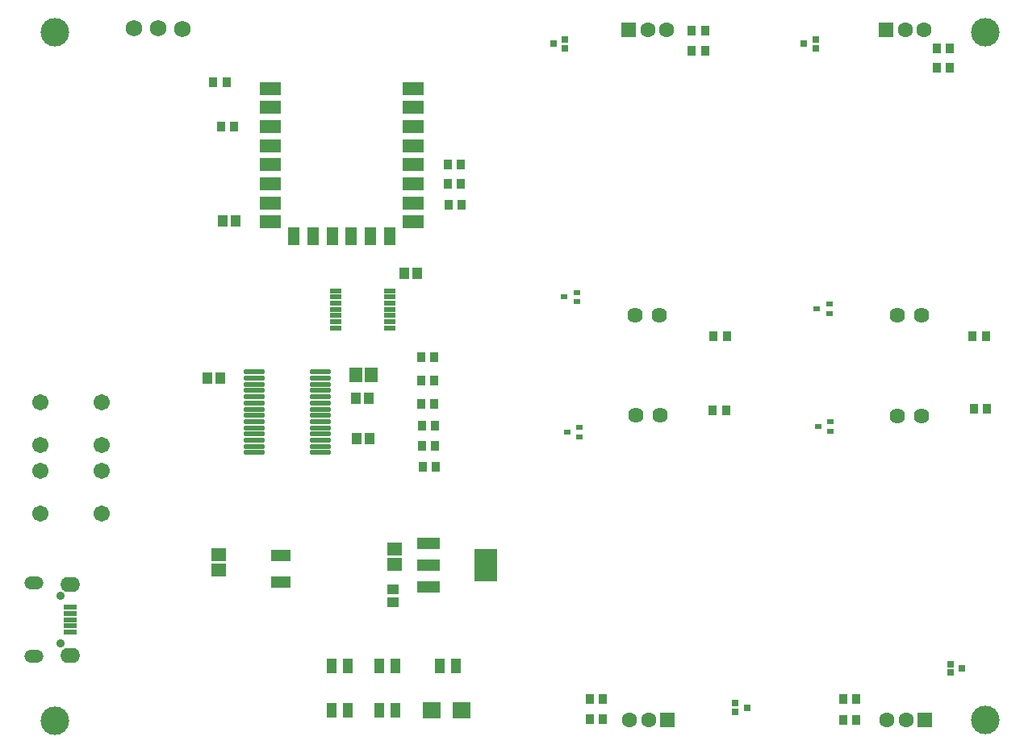
<source format=gts>
G04*
G04 #@! TF.GenerationSoftware,Altium Limited,Altium Designer,19.1.5 (86)*
G04*
G04 Layer_Color=8388736*
%FSLAX25Y25*%
%MOIN*%
G70*
G01*
G75*
%ADD37R,0.02769X0.02572*%
%ADD38R,0.02769X0.02769*%
%ADD39R,0.03556X0.04343*%
%ADD40R,0.04147X0.04540*%
%ADD41R,0.09461X0.13792*%
%ADD42R,0.09461X0.04737*%
%ADD43R,0.05177X0.01929*%
%ADD44R,0.05131X0.07493*%
%ADD45R,0.08674X0.05524*%
%ADD46O,0.08976X0.02087*%
%ADD47R,0.03950X0.06312*%
G04:AMPARAMS|DCode=48|XSize=17.72mil|YSize=49.21mil|CornerRadius=2.95mil|HoleSize=0mil|Usage=FLASHONLY|Rotation=90.000|XOffset=0mil|YOffset=0mil|HoleType=Round|Shape=RoundedRectangle|*
%AMROUNDEDRECTD48*
21,1,0.01772,0.04331,0,0,90.0*
21,1,0.01181,0.04921,0,0,90.0*
1,1,0.00591,0.02165,0.00591*
1,1,0.00591,0.02165,-0.00591*
1,1,0.00591,-0.02165,-0.00591*
1,1,0.00591,-0.02165,0.00591*
%
%ADD48ROUNDEDRECTD48*%
G04:AMPARAMS|DCode=49|XSize=17.01mil|YSize=48.5mil|CornerRadius=2.6mil|HoleSize=0mil|Usage=FLASHONLY|Rotation=90.000|XOffset=0mil|YOffset=0mil|HoleType=Round|Shape=RoundedRectangle|*
%AMROUNDEDRECTD49*
21,1,0.01701,0.04331,0,0,90.0*
21,1,0.01181,0.04850,0,0,90.0*
1,1,0.00520,0.02165,0.00591*
1,1,0.00520,0.02165,-0.00591*
1,1,0.00520,-0.02165,-0.00591*
1,1,0.00520,-0.02165,0.00591*
%
%ADD49ROUNDEDRECTD49*%
%ADD50R,0.02808X0.02375*%
%ADD51R,0.07690X0.06706*%
%ADD52R,0.04540X0.04147*%
%ADD53R,0.05866X0.05276*%
%ADD54R,0.05276X0.05866*%
%ADD55R,0.07887X0.04737*%
%ADD56C,0.06800*%
%ADD57C,0.03543*%
%ADD58O,0.07887X0.05328*%
%ADD59O,0.08268X0.06102*%
%ADD60C,0.06375*%
%ADD61C,0.06706*%
%ADD62R,0.06312X0.06312*%
%ADD63C,0.06312*%
%ADD64C,0.11811*%
D37*
X330315Y293110D02*
D03*
Y296654D02*
D03*
X226772D02*
D03*
Y293110D02*
D03*
X297244Y22244D02*
D03*
Y18701D02*
D03*
X386221Y34843D02*
D03*
Y38386D02*
D03*
D38*
X325590Y294882D02*
D03*
X222047D02*
D03*
X301969Y20472D02*
D03*
X390945Y36614D02*
D03*
D39*
X400787Y174016D02*
D03*
X395276D02*
D03*
X401181Y144095D02*
D03*
X395669D02*
D03*
X293307Y143307D02*
D03*
X287795D02*
D03*
X293701Y174016D02*
D03*
X288189D02*
D03*
X87008Y279134D02*
D03*
X81496D02*
D03*
X178347Y244882D02*
D03*
X183858D02*
D03*
X172835Y155512D02*
D03*
X167323D02*
D03*
X172835Y165354D02*
D03*
X167323D02*
D03*
X84646Y260630D02*
D03*
X90158D02*
D03*
X183858Y237008D02*
D03*
X178347D02*
D03*
X178740Y228346D02*
D03*
X184252D02*
D03*
X167717Y137008D02*
D03*
X173228D02*
D03*
X380315Y292913D02*
D03*
X385827D02*
D03*
X167323Y146063D02*
D03*
X172835D02*
D03*
X279134Y300394D02*
D03*
X284646D02*
D03*
X167717Y128740D02*
D03*
X173228D02*
D03*
X173622Y120079D02*
D03*
X168110D02*
D03*
X242520Y15748D02*
D03*
X237008D02*
D03*
X347244Y15354D02*
D03*
X341732D02*
D03*
X385827Y285039D02*
D03*
X380315D02*
D03*
X237008Y24016D02*
D03*
X242520D02*
D03*
X341732D02*
D03*
X347244D02*
D03*
X284646Y292126D02*
D03*
X279134D02*
D03*
D40*
X140650Y131496D02*
D03*
X145965D02*
D03*
X84547Y156693D02*
D03*
X79232D02*
D03*
X165650Y200000D02*
D03*
X160335D02*
D03*
X85532Y221654D02*
D03*
X90847D02*
D03*
X140354Y148425D02*
D03*
X145669D02*
D03*
D41*
X194134Y79232D02*
D03*
D42*
X170512Y70177D02*
D03*
Y79232D02*
D03*
Y88288D02*
D03*
D43*
X22441Y54232D02*
D03*
Y56791D02*
D03*
Y59350D02*
D03*
Y51673D02*
D03*
Y61909D02*
D03*
D44*
X154331Y215354D02*
D03*
X146457D02*
D03*
X138583D02*
D03*
X130709D02*
D03*
X122835D02*
D03*
X114961D02*
D03*
D45*
X164173Y276378D02*
D03*
Y268504D02*
D03*
Y260630D02*
D03*
Y252756D02*
D03*
Y244882D02*
D03*
Y237008D02*
D03*
Y229134D02*
D03*
Y221260D02*
D03*
X105118D02*
D03*
Y229134D02*
D03*
Y237008D02*
D03*
Y244882D02*
D03*
Y252756D02*
D03*
Y260630D02*
D03*
Y268504D02*
D03*
Y276378D02*
D03*
D46*
X125787Y125886D02*
D03*
Y128445D02*
D03*
Y131004D02*
D03*
Y133563D02*
D03*
Y136122D02*
D03*
Y138681D02*
D03*
Y141240D02*
D03*
Y143799D02*
D03*
Y146358D02*
D03*
Y148917D02*
D03*
Y151476D02*
D03*
Y154035D02*
D03*
Y156595D02*
D03*
Y159153D02*
D03*
X98622Y125886D02*
D03*
Y128445D02*
D03*
Y131004D02*
D03*
Y133563D02*
D03*
Y136122D02*
D03*
Y138681D02*
D03*
Y141240D02*
D03*
Y143799D02*
D03*
Y146358D02*
D03*
Y148917D02*
D03*
Y151476D02*
D03*
Y154035D02*
D03*
Y156595D02*
D03*
Y159153D02*
D03*
D47*
X175000Y37795D02*
D03*
X181693D02*
D03*
X156890Y19291D02*
D03*
X150197D02*
D03*
Y37795D02*
D03*
X156890D02*
D03*
X130512D02*
D03*
X137205D02*
D03*
Y19291D02*
D03*
X130512D02*
D03*
D48*
X154528Y177362D02*
D03*
Y179921D02*
D03*
Y182480D02*
D03*
Y185039D02*
D03*
Y187598D02*
D03*
X132087Y177362D02*
D03*
Y179921D02*
D03*
Y182480D02*
D03*
Y185039D02*
D03*
Y187598D02*
D03*
Y190157D02*
D03*
Y192717D02*
D03*
D49*
X154528Y190157D02*
D03*
Y192717D02*
D03*
D50*
X331299Y136614D02*
D03*
X336417Y138583D02*
D03*
Y134646D02*
D03*
X227756Y134252D02*
D03*
X232874Y136221D02*
D03*
Y132283D02*
D03*
X226575Y190157D02*
D03*
X231693Y192126D02*
D03*
Y188189D02*
D03*
X330906Y185433D02*
D03*
X336024Y187402D02*
D03*
Y183465D02*
D03*
D51*
X184153Y19291D02*
D03*
X171752D02*
D03*
D52*
X155905Y69193D02*
D03*
Y63878D02*
D03*
D53*
X83858Y77402D02*
D03*
Y83701D02*
D03*
X156299Y85827D02*
D03*
Y79528D02*
D03*
D54*
X146850Y157874D02*
D03*
X140551D02*
D03*
D55*
X109449Y72441D02*
D03*
Y83465D02*
D03*
D56*
X68819Y301102D02*
D03*
X58819Y301181D02*
D03*
X48819D02*
D03*
D57*
X18307Y46949D02*
D03*
Y66634D02*
D03*
D58*
X7480Y41535D02*
D03*
Y72047D02*
D03*
D59*
X22441Y42126D02*
D03*
Y71457D02*
D03*
D60*
X364016Y182677D02*
D03*
X374016D02*
D03*
X255906D02*
D03*
X265905D02*
D03*
X266024Y141339D02*
D03*
X256024D02*
D03*
X374016Y140945D02*
D03*
X364016D02*
D03*
D61*
X35630Y118307D02*
D03*
Y100591D02*
D03*
X10039D02*
D03*
Y118307D02*
D03*
Y146653D02*
D03*
Y128937D02*
D03*
X35630D02*
D03*
Y146653D02*
D03*
D62*
X359449Y300669D02*
D03*
X253150D02*
D03*
X269291Y15472D02*
D03*
X375591D02*
D03*
D63*
X367323Y300669D02*
D03*
X375197D02*
D03*
X261024D02*
D03*
X268898D02*
D03*
X261417Y15472D02*
D03*
X253543D02*
D03*
X367717D02*
D03*
X359842D02*
D03*
D64*
X400394Y15354D02*
D03*
Y299606D02*
D03*
X16142D02*
D03*
Y14961D02*
D03*
M02*

</source>
